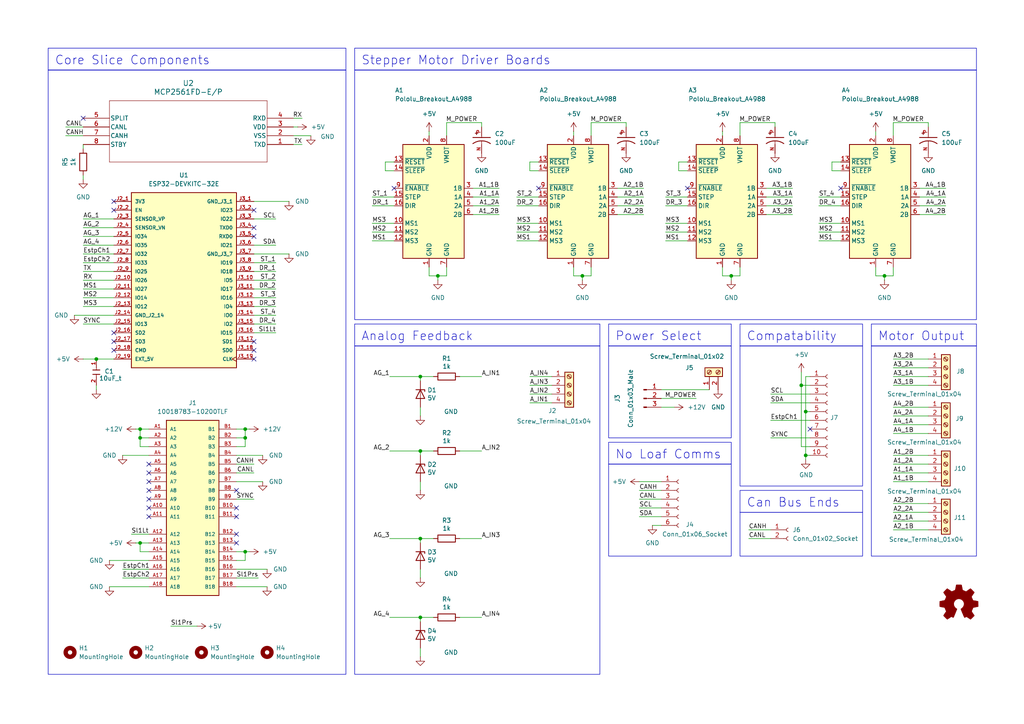
<source format=kicad_sch>
(kicad_sch (version 20250114) (generator "eeschema") (generator_version "9.0")
  (paper "A4")
  (rectangle (start 102.87 20.32) (end 283.21 92.71))
  (rectangle (start 176.53 100.33) (end 212.09 127))
  (rectangle (start 214.63 100.33) (end 250.19 140.97))
  (rectangle (start 176.53 134.62) (end 212.09 161.29))
  (rectangle (start 214.63 148.59) (end 250.19 161.29))
  (rectangle (start 102.87 100.33) (end 173.99 195.58))
  (rectangle (start 252.73 100.33) (end 283.21 161.29))
  (rectangle (start 13.97 20.32) (end 100.33 195.58))
  (text_box "Analog Feedback" (at 102.87 93.98 0) (size 71.12 6.35) (margins 1.905 1.905 1.905 1.905) (effects (font (size 2.54 2.54)) (justify left top)))
  (text_box "Compatability" (at 214.63 93.98 0) (size 35.56 6.35) (margins 1.905 1.905 1.905 1.905) (effects (font (size 2.54 2.54)) (justify left top)))
  (text_box "Stepper Motor Driver Boards" (at 102.87 13.97 0) (size 180.34 6.35) (margins 1.905 1.905 1.905 1.905) (effects (font (size 2.54 2.54)) (justify left top)))
  (text_box "Can Bus Ends" (at 214.63 142.24 0) (size 35.56 6.35) (margins 1.905 1.905 1.905 1.905) (effects (font (size 2.54 2.54)) (justify left top)))
  (text_box "Motor Output" (at 252.73 93.98 0) (size 30.48 6.35) (margins 1.905 1.905 1.905 1.905) (effects (font (size 2.54 2.54)) (justify left top)))
  (text_box "Power Select" (at 176.53 93.98 0) (size 35.56 6.35) (margins 1.905 1.905 1.905 1.905) (effects (font (size 2.54 2.54)) (justify left top)))
  (text_box "Core Slice Components" (at 13.97 13.97 0) (size 86.36 6.35) (margins 1.905 1.905 1.905 1.905) (effects (font (size 2.54 2.54)) (justify left top)))
  (text_box "No Loaf Comms" (at 176.53 128.27 0) (size 35.56 6.35) (margins 1.905 1.905 1.905 1.905) (effects (font (size 2.54 2.54)) (justify left top)))
  (junction (at 233.68 119.38))
  (junction (at 168.91 80.01))
  (junction (at 40.64 124.46))
  (junction (at 71.12 124.46))
  (junction (at 233.68 132.08))
  (junction (at 121.92 179.07))
  (junction (at 127 80.01))
  (junction (at 256.54 80.01))
  (junction (at 121.92 156.21))
  (junction (at 232.41 111.76))
  (junction (at 121.92 109.22))
  (junction (at 40.64 157.48))
  (junction (at 212.09 80.01))
  (junction (at 71.12 127))
  (junction (at 27.94 104.14))
  (junction (at 71.12 160.02))
  (junction (at 40.64 127))
  (junction (at 121.92 130.81))
  (no_connect (at 73.66 104.14))
  (no_connect (at 43.18 134.62))
  (no_connect (at 33.02 99.06))
  (no_connect (at 33.02 60.96))
  (no_connect (at 156.21 54.61))
  (no_connect (at 43.18 137.16))
  (no_connect (at 43.18 144.78))
  (no_connect (at 43.18 139.7))
  (no_connect (at 234.95 124.46))
  (no_connect (at 68.58 149.86))
  (no_connect (at 43.18 142.24))
  (no_connect (at 33.02 96.52))
  (no_connect (at 43.18 149.86))
  (no_connect (at 199.39 54.61))
  (no_connect (at 68.58 154.94))
  (no_connect (at 68.58 157.48))
  (no_connect (at 73.66 60.96))
  (no_connect (at 68.58 147.32))
  (no_connect (at 33.02 101.6))
  (no_connect (at 33.02 58.42))
  (no_connect (at 243.84 54.61))
  (no_connect (at 114.3 54.61))
  (no_connect (at 73.66 101.6))
  (no_connect (at 68.58 142.24))
  (no_connect (at 43.18 147.32))
  (no_connect (at 24.13 34.29))
  (no_connect (at 73.66 66.04))
  (no_connect (at 73.66 99.06))
  (no_connect (at 73.66 68.58))
  (wire (pts (xy 124.46 80.01) (xy 127 80.01)))
  (wire (pts (xy 19.05 39.37) (xy 24.13 39.37)))
  (wire (pts (xy 85.09 41.91) (xy 87.63 41.91)))
  (wire (pts (xy 212.09 80.01) (xy 212.09 81.28)))
  (wire (pts (xy 114.3 49.53) (xy 111.76 49.53)))
  (wire (pts (xy 179.07 57.15) (xy 186.69 57.15)))
  (wire (pts (xy 71.12 127) (xy 71.12 129.54)))
  (wire (pts (xy 24.13 63.5) (xy 33.02 63.5)))
  (wire (pts (xy 153.67 49.53) (xy 153.67 46.99)))
  (wire (pts (xy 259.08 106.68) (xy 269.24 106.68)))
  (wire (pts (xy 259.08 153.67) (xy 269.24 153.67)))
  (wire (pts (xy 259.08 35.56) (xy 269.24 35.56)))
  (wire (pts (xy 189.23 152.4) (xy 191.77 152.4)))
  (wire (pts (xy 234.95 114.3) (xy 223.52 114.3)))
  (wire (pts (xy 259.08 151.13) (xy 269.24 151.13)))
  (wire (pts (xy 168.91 80.01) (xy 168.91 81.28)))
  (wire (pts (xy 85.09 34.29) (xy 87.63 34.29)))
  (wire (pts (xy 24.13 78.74) (xy 33.02 78.74)))
  (wire (pts (xy 72.39 160.02) (xy 71.12 160.02)))
  (wire (pts (xy 73.66 88.9) (xy 80.01 88.9)))
  (wire (pts (xy 193.04 57.15) (xy 199.39 57.15)))
  (wire (pts (xy 212.09 80.01) (xy 214.63 80.01)))
  (wire (pts (xy 121.92 157.48) (xy 121.92 156.21)))
  (wire (pts (xy 185.42 142.24) (xy 191.77 142.24)))
  (wire (pts (xy 254 77.47) (xy 254 80.01)))
  (wire (pts (xy 241.3 46.99) (xy 243.84 46.99)))
  (wire (pts (xy 107.95 57.15) (xy 114.3 57.15)))
  (wire (pts (xy 234.95 121.92) (xy 223.52 121.92)))
  (wire (pts (xy 259.08 132.08) (xy 269.24 132.08)))
  (wire (pts (xy 171.45 35.56) (xy 181.61 35.56)))
  (wire (pts (xy 193.04 59.69) (xy 199.39 59.69)))
  (wire (pts (xy 85.09 36.83) (xy 86.36 36.83)))
  (wire (pts (xy 222.25 59.69) (xy 229.87 59.69)))
  (wire (pts (xy 233.68 132.08) (xy 233.68 119.38)))
  (wire (pts (xy 24.13 41.91) (xy 24.13 43.18)))
  (wire (pts (xy 129.54 35.56) (xy 129.54 39.37)))
  (wire (pts (xy 124.46 38.1) (xy 124.46 39.37)))
  (wire (pts (xy 35.56 132.08) (xy 43.18 132.08)))
  (wire (pts (xy 191.77 115.57) (xy 201.93 115.57)))
  (wire (pts (xy 71.12 124.46) (xy 71.12 127)))
  (wire (pts (xy 40.64 157.48) (xy 40.64 160.02)))
  (wire (pts (xy 171.45 35.56) (xy 171.45 39.37)))
  (wire (pts (xy 193.04 67.31) (xy 199.39 67.31)))
  (wire (pts (xy 38.1 154.94) (xy 43.18 154.94)))
  (wire (pts (xy 237.49 57.15) (xy 243.84 57.15)))
  (wire (pts (xy 223.52 127) (xy 234.95 127)))
  (wire (pts (xy 259.08 120.65) (xy 269.24 120.65)))
  (wire (pts (xy 153.67 109.22) (xy 160.02 109.22)))
  (wire (pts (xy 24.13 83.82) (xy 33.02 83.82)))
  (wire (pts (xy 121.92 156.21) (xy 125.73 156.21)))
  (wire (pts (xy 68.58 144.78) (xy 73.66 144.78)))
  (wire (pts (xy 73.66 86.36) (xy 80.01 86.36)))
  (wire (pts (xy 121.92 167.64) (xy 121.92 165.1)))
  (wire (pts (xy 68.58 124.46) (xy 71.12 124.46)))
  (wire (pts (xy 31.75 162.56) (xy 43.18 162.56)))
  (wire (pts (xy 234.95 132.08) (xy 233.68 132.08)))
  (wire (pts (xy 111.76 46.99) (xy 114.3 46.99)))
  (wire (pts (xy 74.93 167.64) (xy 68.58 167.64)))
  (wire (pts (xy 39.37 124.46) (xy 40.64 124.46)))
  (wire (pts (xy 181.61 35.56) (xy 181.61 36.83)))
  (wire (pts (xy 73.66 73.66) (xy 83.82 73.66)))
  (wire (pts (xy 209.55 38.1) (xy 209.55 39.37)))
  (wire (pts (xy 237.49 69.85) (xy 243.84 69.85)))
  (wire (pts (xy 234.95 129.54) (xy 232.41 129.54)))
  (wire (pts (xy 222.25 54.61) (xy 229.87 54.61)))
  (wire (pts (xy 137.16 54.61) (xy 144.78 54.61)))
  (wire (pts (xy 27.94 111.76) (xy 27.94 113.03)))
  (wire (pts (xy 259.08 118.11) (xy 269.24 118.11)))
  (wire (pts (xy 266.7 57.15) (xy 274.32 57.15)))
  (wire (pts (xy 185.42 147.32) (xy 191.77 147.32)))
  (wire (pts (xy 149.86 69.85) (xy 156.21 69.85)))
  (wire (pts (xy 39.37 157.48) (xy 40.64 157.48)))
  (wire (pts (xy 232.41 107.95) (xy 232.41 111.76)))
  (wire (pts (xy 121.92 130.81) (xy 125.73 130.81)))
  (wire (pts (xy 237.49 64.77) (xy 243.84 64.77)))
  (wire (pts (xy 71.12 127) (xy 68.58 127)))
  (wire (pts (xy 73.66 91.44) (xy 80.01 91.44)))
  (wire (pts (xy 222.25 57.15) (xy 229.87 57.15)))
  (wire (pts (xy 24.13 73.66) (xy 33.02 73.66)))
  (wire (pts (xy 113.03 179.07) (xy 121.92 179.07)))
  (wire (pts (xy 40.64 157.48) (xy 43.18 157.48)))
  (wire (pts (xy 256.54 80.01) (xy 256.54 81.28)))
  (wire (pts (xy 127 80.01) (xy 129.54 80.01)))
  (wire (pts (xy 35.56 165.1) (xy 43.18 165.1)))
  (wire (pts (xy 237.49 59.69) (xy 243.84 59.69)))
  (wire (pts (xy 217.17 156.21) (xy 223.52 156.21)))
  (wire (pts (xy 191.77 118.11) (xy 195.58 118.11)))
  (wire (pts (xy 121.92 180.34) (xy 121.92 179.07)))
  (wire (pts (xy 166.37 38.1) (xy 166.37 39.37)))
  (wire (pts (xy 171.45 80.01) (xy 171.45 77.47)))
  (wire (pts (xy 259.08 137.16) (xy 269.24 137.16)))
  (wire (pts (xy 40.64 160.02) (xy 43.18 160.02)))
  (wire (pts (xy 166.37 80.01) (xy 168.91 80.01)))
  (wire (pts (xy 149.86 59.69) (xy 156.21 59.69)))
  (wire (pts (xy 121.92 179.07) (xy 125.73 179.07)))
  (wire (pts (xy 121.92 132.08) (xy 121.92 130.81)))
  (wire (pts (xy 24.13 88.9) (xy 33.02 88.9)))
  (wire (pts (xy 121.92 120.65) (xy 121.92 118.11)))
  (wire (pts (xy 24.13 71.12) (xy 33.02 71.12)))
  (wire (pts (xy 71.12 160.02) (xy 71.12 162.56)))
  (wire (pts (xy 40.64 127) (xy 43.18 127)))
  (wire (pts (xy 259.08 134.62) (xy 269.24 134.62)))
  (wire (pts (xy 254 80.01) (xy 256.54 80.01)))
  (wire (pts (xy 153.67 46.99) (xy 156.21 46.99)))
  (wire (pts (xy 256.54 80.01) (xy 259.08 80.01)))
  (wire (pts (xy 139.7 130.81) (xy 133.35 130.81)))
  (wire (pts (xy 149.86 67.31) (xy 156.21 67.31)))
  (wire (pts (xy 107.95 59.69) (xy 114.3 59.69)))
  (wire (pts (xy 259.08 35.56) (xy 259.08 39.37)))
  (wire (pts (xy 233.68 133.35) (xy 233.68 132.08)))
  (wire (pts (xy 233.68 119.38) (xy 233.68 109.22)))
  (wire (pts (xy 209.55 80.01) (xy 212.09 80.01)))
  (wire (pts (xy 121.92 142.24) (xy 121.92 139.7)))
  (wire (pts (xy 259.08 104.14) (xy 269.24 104.14)))
  (wire (pts (xy 72.39 124.46) (xy 71.12 124.46)))
  (wire (pts (xy 139.7 179.07) (xy 133.35 179.07)))
  (wire (pts (xy 217.17 153.67) (xy 223.52 153.67)))
  (wire (pts (xy 68.58 170.18) (xy 77.47 170.18)))
  (wire (pts (xy 73.66 71.12) (xy 80.01 71.12)))
  (wire (pts (xy 124.46 77.47) (xy 124.46 80.01)))
  (wire (pts (xy 68.58 165.1) (xy 77.47 165.1)))
  (wire (pts (xy 196.85 46.99) (xy 199.39 46.99)))
  (wire (pts (xy 113.03 130.81) (xy 121.92 130.81)))
  (wire (pts (xy 137.16 57.15) (xy 144.78 57.15)))
  (wire (pts (xy 40.64 127) (xy 40.64 129.54)))
  (wire (pts (xy 73.66 134.62) (xy 68.58 134.62)))
  (wire (pts (xy 121.92 109.22) (xy 125.73 109.22)))
  (wire (pts (xy 241.3 49.53) (xy 241.3 46.99)))
  (wire (pts (xy 259.08 109.22) (xy 269.24 109.22)))
  (wire (pts (xy 237.49 67.31) (xy 243.84 67.31)))
  (wire (pts (xy 73.66 78.74) (xy 80.01 78.74)))
  (wire (pts (xy 33.02 91.44) (xy 21.59 91.44)))
  (wire (pts (xy 111.76 49.53) (xy 111.76 46.99)))
  (wire (pts (xy 222.25 62.23) (xy 229.87 62.23)))
  (wire (pts (xy 214.63 80.01) (xy 214.63 77.47)))
  (wire (pts (xy 233.68 109.22) (xy 234.95 109.22)))
  (wire (pts (xy 191.77 113.03) (xy 205.74 113.03)))
  (wire (pts (xy 24.13 66.04) (xy 33.02 66.04)))
  (wire (pts (xy 31.75 170.18) (xy 43.18 170.18)))
  (wire (pts (xy 168.91 80.01) (xy 171.45 80.01)))
  (wire (pts (xy 259.08 146.05) (xy 269.24 146.05)))
  (wire (pts (xy 214.63 35.56) (xy 214.63 39.37)))
  (wire (pts (xy 243.84 49.53) (xy 241.3 49.53)))
  (wire (pts (xy 185.42 139.7) (xy 191.77 139.7)))
  (wire (pts (xy 209.55 77.47) (xy 209.55 80.01)))
  (wire (pts (xy 24.13 86.36) (xy 33.02 86.36)))
  (wire (pts (xy 121.92 110.49) (xy 121.92 109.22)))
  (wire (pts (xy 73.66 81.28) (xy 80.01 81.28)))
  (wire (pts (xy 153.67 116.84) (xy 160.02 116.84)))
  (wire (pts (xy 137.16 62.23) (xy 144.78 62.23)))
  (wire (pts (xy 40.64 124.46) (xy 40.64 127)))
  (wire (pts (xy 166.37 77.47) (xy 166.37 80.01)))
  (wire (pts (xy 24.13 93.98) (xy 33.02 93.98)))
  (wire (pts (xy 153.67 111.76) (xy 160.02 111.76)))
  (wire (pts (xy 73.66 83.82) (xy 80.01 83.82)))
  (wire (pts (xy 113.03 156.21) (xy 121.92 156.21)))
  (wire (pts (xy 139.7 156.21) (xy 133.35 156.21)))
  (wire (pts (xy 149.86 57.15) (xy 156.21 57.15)))
  (wire (pts (xy 156.21 49.53) (xy 153.67 49.53)))
  (wire (pts (xy 137.16 59.69) (xy 144.78 59.69)))
  (wire (pts (xy 35.56 167.64) (xy 43.18 167.64)))
  (wire (pts (xy 139.7 35.56) (xy 139.7 36.83)))
  (wire (pts (xy 68.58 139.7) (xy 76.2 139.7)))
  (wire (pts (xy 40.64 129.54) (xy 43.18 129.54)))
  (wire (pts (xy 24.13 76.2) (xy 33.02 76.2)))
  (wire (pts (xy 232.41 129.54) (xy 232.41 111.76)))
  (wire (pts (xy 254 38.1) (xy 254 39.37)))
  (wire (pts (xy 24.13 68.58) (xy 33.02 68.58)))
  (wire (pts (xy 185.42 144.78) (xy 191.77 144.78)))
  (wire (pts (xy 193.04 64.77) (xy 199.39 64.77)))
  (wire (pts (xy 199.39 49.53) (xy 196.85 49.53)))
  (wire (pts (xy 127 80.01) (xy 127 81.28)))
  (wire (pts (xy 85.09 39.37) (xy 90.17 39.37)))
  (wire (pts (xy 73.66 76.2) (xy 80.01 76.2)))
  (wire (pts (xy 71.12 160.02) (xy 68.58 160.02)))
  (wire (pts (xy 224.79 35.56) (xy 224.79 36.83)))
  (wire (pts (xy 179.07 62.23) (xy 186.69 62.23)))
  (wire (pts (xy 24.13 50.8) (xy 24.13 52.07)))
  (wire (pts (xy 107.95 67.31) (xy 114.3 67.31)))
  (wire (pts (xy 107.95 64.77) (xy 114.3 64.77)))
  (wire (pts (xy 68.58 132.08) (xy 76.2 132.08)))
  (wire (pts (xy 259.08 125.73) (xy 269.24 125.73)))
  (wire (pts (xy 149.86 64.77) (xy 156.21 64.77)))
  (wire (pts (xy 232.41 111.76) (xy 234.95 111.76)))
  (wire (pts (xy 107.95 69.85) (xy 114.3 69.85)))
  (wire (pts (xy 24.13 104.14) (xy 27.94 104.14)))
  (wire (pts (xy 73.66 93.98) (xy 80.01 93.98)))
  (wire (pts (xy 223.52 116.84) (xy 234.95 116.84)))
  (wire (pts (xy 214.63 35.56) (xy 224.79 35.56)))
  (wire (pts (xy 113.03 109.22) (xy 121.92 109.22)))
  (wire (pts (xy 179.07 59.69) (xy 186.69 59.69)))
  (wire (pts (xy 19.05 36.83) (xy 24.13 36.83)))
  (wire (pts (xy 27.94 104.14) (xy 33.02 104.14)))
  (wire (pts (xy 259.08 111.76) (xy 269.24 111.76)))
  (wire (pts (xy 139.7 109.22) (xy 133.35 109.22)))
  (wire (pts (xy 266.7 54.61) (xy 274.32 54.61)))
  (wire (pts (xy 129.54 35.56) (xy 139.7 35.56)))
  (wire (pts (xy 49.53 181.61) (xy 57.15 181.61)))
  (wire (pts (xy 269.24 35.56) (xy 269.24 36.83)))
  (wire (pts (xy 193.04 69.85) (xy 199.39 69.85)))
  (wire (pts (xy 153.67 114.3) (xy 160.02 114.3)))
  (wire (pts (xy 259.08 148.59) (xy 269.24 148.59)))
  (wire (pts (xy 259.08 139.7) (xy 269.24 139.7)))
  (wire (pts (xy 71.12 162.56) (xy 68.58 162.56)))
  (wire (pts (xy 185.42 149.86) (xy 191.77 149.86)))
  (wire (pts (xy 266.7 59.69) (xy 274.32 59.69)))
  (wire (pts (xy 73.66 58.42) (xy 83.82 58.42)))
  (wire (pts (xy 73.66 63.5) (xy 80.01 63.5)))
  (wire (pts (xy 179.07 54.61) (xy 186.69 54.61)))
  (wire (pts (xy 234.95 119.38) (xy 233.68 119.38)))
  (wire (pts (xy 71.12 129.54) (xy 68.58 129.54)))
  (wire (pts (xy 129.54 80.01) (xy 129.54 77.47)))
  (wire (pts (xy 121.92 190.5) (xy 121.92 187.96)))
  (wire (pts (xy 259.08 123.19) (xy 269.24 123.19)))
  (wire (pts (xy 73.66 137.16) (xy 68.58 137.16)))
  (wire (pts (xy 266.7 62.23) (xy 274.32 62.23)))
  (wire (pts (xy 43.18 124.46) (xy 40.64 124.46)))
  (wire (pts (xy 73.66 96.52) (xy 80.01 96.52)))
  (wire (pts (xy 259.08 80.01) (xy 259.08 77.47)))
  (wire (pts (xy 196.85 49.53) (xy 196.85 46.99)))
  (wire (pts (xy 24.13 81.28) (xy 33.02 81.28)))
  (label "SDA" (at 185.42 149.86 0))
  (label "A1_2A" (at 259.08 134.62 0))
  (label "MS3" (at 24.13 88.9 0))
  (label "A3_2B" (at 229.87 62.23 180))
  (label "A4_1B" (at 274.32 54.61 180))
  (label "A4_2A" (at 274.32 59.69 180))
  (label "A2_1A" (at 259.08 151.13 0))
  (label "DR_3" (at 80.01 88.9 180))
  (label "A_IN3" (at 139.7 156.21 0))
  (label "CANL" (at 73.66 137.16 180))
  (label "A_IN2" (at 153.67 114.3 0))
  (label "AG_4" (at 113.03 179.07 180))
  (label "A1_2A" (at 144.78 59.69 180))
  (label "SYNC" (at 24.13 93.98 0))
  (label "DR_1" (at 80.01 78.74 180))
  (label "MS3" (at 237.49 64.77 0))
  (label "ST_4" (at 80.01 91.44 180))
  (label "EstpCh2" (at 35.56 167.64 0))
  (label "A4_1A" (at 259.08 123.19 0))
  (label "M_POWER" (at 138.43 35.56 180))
  (label "DR_2" (at 149.86 59.69 0))
  (label "MS2" (at 107.95 67.31 0))
  (label "AG_3" (at 24.13 68.58 0))
  (label "A3_1B" (at 229.87 54.61 180))
  (label "A3_1A" (at 259.08 109.22 0))
  (label "CANL" (at 217.17 156.21 0))
  (label "SCL" (at 185.42 147.32 0))
  (label "A_IN4" (at 153.67 109.22 0))
  (label "A2_1B" (at 259.08 153.67 0))
  (label "ST_1" (at 80.01 76.2 180))
  (label "A3_2A" (at 259.08 106.68 0))
  (label "A4_1A" (at 274.32 57.15 180))
  (label "A1_1B" (at 259.08 139.7 0))
  (label "SDA" (at 80.01 71.12 180))
  (label "A3_1A" (at 229.87 57.15 180))
  (label "Sl1Prs" (at 49.53 181.61 0))
  (label "MS2" (at 24.13 86.36 0))
  (label "RX" (at 24.13 81.28 0))
  (label "ST_3" (at 80.01 86.36 180))
  (label "CANL" (at 185.42 144.78 0))
  (label "A2_2B" (at 259.08 146.05 0))
  (label "CANH" (at 185.42 142.24 0))
  (label "AG_1" (at 113.03 109.22 180))
  (label "M_POWER" (at 180.34 35.56 180))
  (label "DR_2" (at 80.01 83.82 180))
  (label "EstpCh1" (at 35.56 165.1 0))
  (label "AG_4" (at 24.13 71.12 0))
  (label "SDA" (at 223.52 116.84 0))
  (label "EstpCh2" (at 24.13 76.2 0))
  (label "A4_1B" (at 259.08 125.73 0))
  (label "MS2" (at 193.04 67.31 0))
  (label "MS2" (at 237.49 67.31 0))
  (label "EstpCh1" (at 24.13 73.66 0))
  (label "ST_3" (at 193.04 57.15 0))
  (label "A1_2B" (at 259.08 132.08 0))
  (label "M_POWER" (at 267.97 35.56 180))
  (label "A2_2A" (at 186.69 59.69 180))
  (label "ST_2" (at 80.01 81.28 180))
  (label "RX" (at 87.63 34.29 180))
  (label "A2_1A" (at 186.69 57.15 180))
  (label "SCL" (at 80.01 63.5 180))
  (label "MS2" (at 149.86 67.31 0))
  (label "SCL" (at 223.52 114.3 0))
  (label "DR_4" (at 237.49 59.69 0))
  (label "MS1" (at 193.04 69.85 0))
  (label "MS1" (at 107.95 69.85 0))
  (label "A4_2B" (at 259.08 118.11 0))
  (label "TX" (at 87.63 41.91 180))
  (label "A1_2B" (at 144.78 62.23 180))
  (label "A3_1B" (at 259.08 111.76 0))
  (label "MS1" (at 237.49 69.85 0))
  (label "A1_1A" (at 144.78 57.15 180))
  (label "DR_4" (at 80.01 93.98 180))
  (label "Sl1Lt" (at 80.01 96.52 180))
  (label "A2_1B" (at 186.69 54.61 180))
  (label "AG_1" (at 24.13 63.5 0))
  (label "DR_1" (at 107.95 59.69 0))
  (label "A_IN2" (at 139.7 130.81 0))
  (label "EstpCh1" (at 223.52 121.92 0))
  (label "A_IN4" (at 139.7 179.07 0))
  (label "ST_1" (at 107.95 57.15 0))
  (label "SYNC" (at 223.52 127 0))
  (label "AG_3" (at 113.03 156.21 180))
  (label "A1_1A" (at 259.08 137.16 0))
  (label "ST_2" (at 149.86 57.15 0))
  (label "MS1" (at 149.86 69.85 0))
  (label "M_POWER" (at 223.52 35.56 180))
  (label "TX" (at 24.13 78.74 0))
  (label "ST_4" (at 237.49 57.15 0))
  (label "SYNC" (at 73.66 144.78 180))
  (label "A2_2B" (at 186.69 62.23 180))
  (label "AG_2" (at 24.13 66.04 0))
  (label "MS3" (at 149.86 64.77 0))
  (label "Sl1Lt" (at 38.1 154.94 0))
  (label "CANH" (at 217.17 153.67 0))
  (label "A4_2A" (at 259.08 120.65 0))
  (label "A_IN1" (at 139.7 109.22 0))
  (label "AG_2" (at 113.03 130.81 180))
  (label "A1_1B" (at 144.78 54.61 180))
  (label "MS3" (at 107.95 64.77 0))
  (label "A4_2B" (at 274.32 62.23 180))
  (label "CANH" (at 19.05 39.37 0))
  (label "M_POWER" (at 201.93 115.57 180))
  (label "MS1" (at 24.13 83.82 0))
  (label "A3_2A" (at 229.87 59.69 180))
  (label "MS3" (at 193.04 64.77 0))
  (label "A_IN3" (at 153.67 111.76 0))
  (label "A3_2B" (at 259.08 104.14 0))
  (label "DR_3" (at 193.04 59.69 0))
  (label "Sl1Prs" (at 74.93 167.64 180))
  (label "CANH" (at 73.66 134.62 180))
  (label "A_IN1" (at 153.67 116.84 0))
  (label "CANL" (at 19.05 36.83 0))
  (label "A2_2A" (at 259.08 148.59 0))
  (symbol (lib_id "Device:R") (at 129.54 156.21 270) (unit 1)
    (property "Reference" "R3" (at 129.54 150.9522 90))
    (property "Value" "1k" (at 129.54 153.2636 90))
    (property "Footprint" "Resistor_SMD:R_1206_3216Metric_Pad1.30x1.75mm_HandSolder" (effects (hide yes)))
  )
  (symbol (lib_id "power:GND") (at 31.75 162.56 0) (unit 1)
    (property "Reference" "#PWR04" (effects (hide yes)))
    (property "Value" "GND" (at 27.94 162.56 0))
  )
  (symbol (lib_id "power:GND") (at 90.17 39.37 0) (unit 1)
    (property "Reference" "#PWR019" (effects (hide yes)))
    (property "Value" "GND" (at 94.996 39.624 0))
  )
  (symbol (lib_id "Connector:Screw_Terminal_01x04") (at 165.1 111.76 0) (unit 1)
    (property "Reference" "J2" (at 159.004 119.126 0) (effects (justify left)))
    (property "Value" "Screw_Terminal_01x04" (at 149.86 122.174 0) (effects (justify left)))
    (property "Footprint" "TerminalBlock_TE-Connectivity:TerminalBlock_TE_282834-4_1x04_P2.54mm_Horizontal" (effects (hide yes)))
  )
  (symbol (lib_id "power:GND") (at 21.59 91.44 0) (mirror y) (unit 1)
    (property "Reference" "#PWR01" (effects (hide yes)))
    (property "Value" "GND" (at 17.78 91.44 0))
  )
  (symbol (lib_id "power:+12V") (at 39.37 124.46 90) (unit 1)
    (property "Reference" "#PWR07" (effects (hide yes)))
    (property "Value" "+12V" (at 35.56 124.4599 90) (effects (justify left)))
    (property "Description" "Power symbol creates a global label with name \"+12V\"" (effects (hide yes)))
  )
  (symbol (lib_id "power:+5V") (at 24.13 104.14 90) (unit 1)
    (property "Reference" "#PWR02" (effects (hide yes)))
    (property "Value" "+5V" (at 20.32 104.1399 90) (effects (justify left)))
    (property "Description" "Power symbol creates a global label with name \"+5V\"" (effects (hide yes)))
  )
  (symbol (lib_id "power:GND") (at 121.92 167.64 0) (unit 1)
    (property "Reference" "#PWR022" (effects (hide yes)))
    (property "Value" "GND" (at 130.81 166.37 0))
  )
  (symbol (lib_id "Connector:Conn_01x02_Socket") (at 228.6 153.67 0) (unit 1)
    (property "Reference" "J6" (at 229.87 153.6699 0) (effects (justify left)))
    (property "Value" "Conn_01x02_Socket" (at 229.87 156.2099 0) (effects (justify left)))
    (property "Footprint" "Connector_PinSocket_2.54mm:PinSocket_1x02_P2.54mm_Vertical" (effects (hide yes)))
    (property "Description" "Generic connector, single row, 01x02, script generated" (effects (hide yes)))
  )
  (symbol (lib_id "power:+5V") (at 72.39 160.02 270) (mirror x) (unit 1)
    (property "Reference" "#PWR011" (effects (hide yes)))
    (property "Value" "+5V" (at 76.2 160.0199 90) (effects (justify left)))
    (property "Description" "Power symbol creates a global label with name \"+5V\"" (effects (hide yes)))
  )
  (symbol (lib_id "power:+5V") (at 57.15 181.61 270) (mirror x) (unit 1)
    (property "Reference" "#PWR09" (effects (hide yes)))
    (property "Value" "+5V" (at 60.198 181.61 90) (effects (justify left)))
    (property "Description" "Power symbol creates a global label with name \"+5V\"" (effects (hide yes)))
  )
  (symbol (lib_id "Device:R") (at 129.54 179.07 270) (unit 1)
    (property "Reference" "R4" (at 129.54 173.8122 90))
    (property "Value" "1k" (at 129.54 176.1236 90))
    (property "Footprint" "Resistor_SMD:R_1206_3216Metric_Pad1.30x1.75mm_HandSolder" (effects (hide yes)))
  )
  (symbol (lib_id "breadPCIEx1:10018783-10200TLF") (at 55.88 147.32 0) (unit 1)
    (property "Reference" "J1" (at 55.88 116.84 0))
    (property "Value" "10018783-10200TLF" (at 55.88 119.38 0))
    (property "Footprint" "Connector_PCBEdge:BUS_PCIexpress_x1" (effects (hide yes)))
    (property "PARTREV" "Z" (effects (hide yes)))
    (property "STANDARD" "Manufacturer Recommendations" (effects (hide yes)))
    (property "MAXIMUM_PACKAGE_HEIGHT" "11.25mm" (effects (hide yes)))
    (property "MANUFACTURER" "Amphenol" (effects (hide yes)))
  )
  (symbol (lib_id "Device:R") (at 24.13 46.99 0) (unit 1)
    (property "Reference" "R5" (at 18.8722 46.99 90))
    (property "Value" "1k" (at 21.1836 46.99 90))
    (property "Footprint" "Resistor_SMD:R_1206_3216Metric_Pad1.30x1.75mm_HandSolder" (effects (hide yes)))
  )
  (symbol (lib_id "Mechanical:MountingHole") (at 77.47 189.23 0) (unit 1) (exclude_from_sim yes) (in_bom no)
    (property "Reference" "H4" (at 80.01 187.9599 0) (effects (justify left)))
    (property "Value" "MountingHole" (at 80.01 190.4999 0) (effects (justify left)))
    (property "Footprint" "MountingHole:MountingHole_3.2mm_M3_DIN965_Pad" (effects (hide yes)))
    (property "Description" "Mounting Hole without connection" (effects (hide yes)))
  )
  (symbol (lib_id "power:+12V") (at 195.58 118.11 270) (unit 1)
    (property "Reference" "#PWR032" (effects (hide yes)))
    (property "Value" "+12V" (at 199.39 118.1099 90) (effects (justify left)))
    (property "Description" "Power symbol creates a global label with name \"+12V\"" (effects (hide yes)))
  )
  (symbol (lib_id "power:GND") (at 121.92 120.65 0) (unit 1)
    (property "Reference" "#PWR020" (effects (hide yes)))
    (property "Value" "GND" (at 130.81 119.38 0))
  )
  (symbol (lib_id "power:+5V") (at 166.37 38.1 0) (unit 1)
    (property "Reference" "#PWR027" (effects (hide yes)))
    (property "Value" "+5V" (at 166.37 33.02 0))
    (property "Description" "Power symbol creates a global label with name \"+5V\"" (effects (hide yes)))
  )
  (symbol (lib_id "power:GND") (at 233.68 133.35 0) (unit 1)
    (property "Reference" "#PWR038" (effects (hide yes)))
    (property "Value" "GND" (at 233.807 137.7442 0))
  )
  (symbol (lib_id "power:GND") (at 256.54 81.28 0) (unit 1)
    (property "Reference" "#PWR040" (effects (hide yes)))
    (property "Value" "GND" (at 256.54 86.36 0))
    (property "Description" "Power symbol creates a global label with name \"GND\" , ground" (effects (hide yes)))
  )
  (symbol (lib_id "power:+5V") (at 39.37 157.48 90) (unit 1)
    (property "Reference" "#PWR08" (effects (hide yes)))
    (property "Value" "+5V" (at 35.56 157.4799 90) (effects (justify left)))
    (property "Description" "Power symbol creates a global label with name \"+5V\"" (effects (hide yes)))
  )
  (symbol (lib_id "Connector:Conn_01x03_Male") (at 186.69 115.57 0) (unit 1)
    (property "Reference" "J3" (at 179.07 115.57 90))
    (property "Value" "Conn_01x03_Male" (at 182.88 115.57 90))
    (property "Footprint" "Connector_PinSocket_2.54mm:PinSocket_1x03_P2.54mm_Vertical" (effects (hide yes)))
  )
  (symbol (lib_id "Connector:Screw_Terminal_01x04") (at 274.32 148.59 0) (unit 1)
    (property "Reference" "J11" (at 276.606 150.114 0) (effects (justify left)))
    (property "Value" "Screw_Terminal_01x04" (at 257.81 156.464 0) (effects (justify left)))
    (property "Footprint" "TerminalBlock_TE-Connectivity:TerminalBlock_TE_282834-4_1x04_P2.54mm_Horizontal" (effects (hide yes)))
  )
  (symbol (lib_id "EEUFC1H101:EEUFC1H101") (at 181.61 39.37 270) (unit 1)
    (property "Reference" "C3" (at 185.42 38.7965 90) (effects (justify left)))
    (property "Value" "100uF" (at 185.42 41.3365 90) (effects (justify left)))
    (property "Footprint" "EEU_FC1H101:CAPPRD500W60D1000H1250" (effects (hide yes)))
    (property "Description" "Polarized capacitor, US symbol" (effects (hide yes)))
    (property "MF" "PANASONIC" (effects (hide yes)))
    (property "b_max" "0.65" (effects (hide yes)))
    (property "DESCRIPTION" "FC-A" (effects (hide yes)))
    (property "b_nom" "0.6" (effects (hide yes)))
    (property "PARTREV" "20-DEC-19" (effects (hide yes)))
    (property "A_max" "12.5" (effects (hide yes)))
    (property "D_nom" "10" (effects (hide yes)))
    (property "e_nom" "5" (effects (hide yes)))
  )
  (symbol (lib_id "EEUFC1H101:EEUFC1H101") (at 269.24 39.37 270) (unit 1)
    (property "Reference" "C5" (at 273.05 38.7965 90) (effects (justify left)))
    (property "Value" "100uF" (at 273.05 41.3365 90) (effects (justify left)))
    (property "Footprint" "EEU_FC1H101:CAPPRD500W60D1000H1250" (effects (hide yes)))
    (property "Description" "Polarized capacitor, US symbol" (effects (hide yes)))
    (property "MF" "PANASONIC" (effects (hide yes)))
    (property "b_max" "0.65" (effects (hide yes)))
    (property "DESCRIPTION" "FC-A" (effects (hide yes)))
    (property "b_nom" "0.6" (effects (hide yes)))
    (property "PARTREV" "20-DEC-19" (effects (hide yes)))
    (property "A_max" "12.5" (effects (hide yes)))
    (property "D_nom" "10" (effects (hide yes)))
    (property "e_nom" "5" (effects (hide yes)))
  )
  (symbol (lib_id "power:GND") (at 27.94 113.03 0) (unit 1)
    (property "Reference" "#PWR03" (effects (hide yes)))
    (property "Value" "GND" (effects (hide yes)))
  )
  (symbol (lib_id "power:+5V") (at 232.41 107.95 0) (unit 1)
    (property "Reference" "#PWR037" (effects (hide yes)))
    (property "Value" "+5V" (at 232.41 102.87 0))
    (property "Description" "Power symbol creates a global label with name \"+5V\"" (effects (hide yes)))
  )
  (symbol (lib_id "power:GND") (at 127 81.28 0) (unit 1)
    (property "Reference" "#PWR025" (effects (hide yes)))
    (property "Value" "GND" (at 127 86.36 0))
    (property "Description" "Power symbol creates a global label with name \"GND\" , ground" (effects (hide yes)))
  )
  (symbol (lib_id "power:GND") (at 168.91 81.28 0) (unit 1)
    (property "Reference" "#PWR028" (effects (hide yes)))
    (property "Value" "GND" (at 168.91 86.36 0))
    (property "Description" "Power symbol creates a global label with name \"GND\" , ground" (effects (hide yes)))
  )
  (symbol (lib_id "power:GND") (at 77.47 165.1 0) (mirror y) (unit 1)
    (property "Reference" "#PWR014" (effects (hide yes)))
    (property "Value" "GND" (at 81.28 165.1 0))
  )
  (symbol (lib_id "power:GND") (at 76.2 139.7 0) (mirror y) (unit 1)
    (property "Reference" "#PWR013" (effects (hide yes)))
    (property "Value" "GND" (at 80.01 139.7 0))
  )
  (symbol (lib_id "power:GND") (at 181.61 44.45 0) (unit 1)
    (property "Reference" "#PWR029" (effects (hide yes)))
    (property "Value" "GND" (at 181.61 49.53 0))
    (property "Description" "Power symbol creates a global label with name \"GND\" , ground" (effects (hide yes)))
  )
  (symbol (lib_id "Device:D_Zener") (at 121.92 135.89 270) (unit 1)
    (property "Reference" "D2" (at 123.952 134.7216 90) (effects (justify left)))
    (property "Value" "5V" (at 123.952 137.033 90) (effects (justify left)))
    (property "Footprint" "Diode_SMD:D_1206_3216Metric_Pad1.42x1.75mm_HandSolder" (effects (hide yes)))
  )
  (symbol (lib_id "power:GND") (at 31.75 170.18 0) (unit 1)
    (property "Reference" "#PWR05" (effects (hide yes)))
    (property "Value" "GND" (at 27.94 170.18 0))
  )
  (symbol (lib_id "power:GND") (at 269.24 44.45 0) (unit 1)
    (property "Reference" "#PWR041" (effects (hide yes)))
    (property "Value" "GND" (at 269.24 49.53 0))
    (property "Description" "Power symbol creates a global label with name \"GND\" , ground" (effects (hide yes)))
  )
  (symbol (lib_id "Driver_Motor:Pololu_Breakout_A4988") (at 209.55 57.15 0) (unit 1)
    (property "Reference" "A3" (at 199.644 26.162 0) (effects (justify left)))
    (property "Value" "Pololu_Breakout_A4988" (at 199.644 28.702 0) (effects (justify left)))
    (property "Footprint" "Module:Pololu_Breakout-16_15.2x20.3mm" (effects (hide yes)))
    (property "Datasheet" "https://www.pololu.com/product/2980/pictures" (effects (hide yes)))
    (property "Description" "Pololu Breakout Board, Stepper Driver A4988" (effects (hide yes)))
  )
  (symbol (lib_id "EEUFC1H101:EEUFC1H101") (at 224.79 39.37 270) (unit 1)
    (property "Reference" "C4" (at 228.6 38.7965 90) (effects (justify left)))
    (property "Value" "100uF" (at 228.6 41.3365 90) (effects (justify left)))
    (property "Footprint" "EEU_FC1H101:CAPPRD500W60D1000H1250" (effects (hide yes)))
    (property "Description" "Polarized capacitor, US symbol" (effects (hide yes)))
    (property "MF" "PANASONIC" (effects (hide yes)))
    (property "b_max" "0.65" (effects (hide yes)))
    (property "DESCRIPTION" "FC-A" (effects (hide yes)))
    (property "b_nom" "0.6" (effects (hide yes)))
    (property "PARTREV" "20-DEC-19" (effects (hide yes)))
    (property "A_max" "12.5" (effects (hide yes)))
    (property "D_nom" "10" (effects (hide yes)))
    (property "e_nom" "5" (effects (hide yes)))
  )
  (symbol (lib_id "Mechanical:MountingHole") (at 20.32 189.23 0) (unit 1) (exclude_from_sim yes) (in_bom no)
    (property "Reference" "H1" (at 22.86 187.9599 0) (effects (justify left)))
    (property "Value" "MountingHole" (at 22.86 190.4999 0) (effects (justify left)))
    (property "Footprint" "MountingHole:MountingHole_3.2mm_M3_DIN965_Pad" (effects (hide yes)))
    (property "Description" "Mounting Hole without connection" (effects (hide yes)))
  )
  (symbol (lib_id "EEUFC1H101:EEUFC1H101") (at 139.7 39.37 270) (unit 1)
    (property "Reference" "C2" (at 143.51 38.7965 90) (effects (justify left)))
    (property "Value" "100uF" (at 143.51 41.3365 90) (effects (justify left)))
    (property "Footprint" "EEU_FC1H101:CAPPRD500W60D1000H1250" (effects (hide yes)))
    (property "Description" "Polarized capacitor, US symbol" (effects (hide yes)))
    (property "MF" "PANASONIC" (effects (hide yes)))
    (property "b_max" "0.65" (effects (hide yes)))
    (property "DESCRIPTION" "FC-A" (effects (hide yes)))
    (property "b_nom" "0.6" (effects (hide yes)))
    (property "PARTREV" "20-DEC-19" (effects (hide yes)))
    (property "A_max" "12.5" (effects (hide yes)))
    (property "D_nom" "10" (effects (hide yes)))
    (property "e_nom" "5" (effects (hide yes)))
  )
  (symbol (lib_id "power:+5V") (at 86.36 36.83 270) (unit 1)
    (property "Reference" "#PWR018" (effects (hide yes)))
    (property "Value" "+5V" (at 90.17 36.8299 90) (effects (justify left)))
    (property "Description" "Power symbol creates a global label with name \"+5V\"" (effects (hide yes)))
  )
  (symbol (lib_id "Device:R") (at 129.54 109.22 270) (unit 1)
    (property "Reference" "R1" (at 129.54 103.9622 90))
    (property "Value" "1k" (at 129.54 106.2736 90))
    (property "Footprint" "Resistor_SMD:R_1206_3216Metric_Pad1.30x1.75mm_HandSolder" (effects (hide yes)))
  )
  (symbol (lib_id "Graphic:Logo_Open_Hardware_Small") (at 278.13 175.26 0) (unit 1)
    (property "Reference" "Logo1" (effects (hide yes)))
    (property "Value" "Logo_Open_Hardware_Small" (effects (hide yes)))
    (property "Footprint" "Symbol:OSHW-Symbol_6.7x6mm_SilkScreen" (effects (hide yes)))
  )
  (symbol (lib_id "Device:D_Zener") (at 121.92 184.15 270) (unit 1)
    (property "Reference" "D4" (at 123.952 182.9816 90) (effects (justify left)))
    (property "Value" "5V" (at 123.952 185.293 90) (effects (justify left)))
    (property "Footprint" "Diode_SMD:D_1206_3216Metric_Pad1.42x1.75mm_HandSolder" (effects (hide yes)))
  )
  (symbol (lib_id "power:GND") (at 76.2 132.08 0) (mirror y) (unit 1)
    (property "Reference" "#PWR012" (effects (hide yes)))
    (property "Value" "GND" (at 80.01 132.08 0))
  )
  (symbol (lib_id "Mechanical:MountingHole") (at 58.42 189.23 0) (unit 1) (exclude_from_sim yes) (in_bom no)
    (property "Reference" "H3" (at 60.96 187.9599 0) (effects (justify left)))
    (property "Value" "MountingHole" (at 60.96 190.4999 0) (effects (justify left)))
    (property "Footprint" "MountingHole:MountingHole_3.2mm_M3_DIN965_Pad" (effects (hide yes)))
    (property "Description" "Mounting Hole without connection" (effects (hide yes)))
  )
  (symbol (lib_id "power:GND") (at 83.82 58.42 0) (unit 1)
    (property "Reference" "#PWR016" (effects (hide yes)))
    (property "Value" "GND" (at 87.63 58.42 0))
  )
  (symbol (lib_id "Device:R") (at 129.54 130.81 270) (unit 1)
    (property "Reference" "R2" (at 129.54 125.5522 90))
    (property "Value" "1k" (at 129.54 127.8636 90))
    (property "Footprint" "Resistor_SMD:R_1206_3216Metric_Pad1.30x1.75mm_HandSolder" (effects (hide yes)))
  )
  (symbol (lib_id "ESP32-DEVKITC-32E:ESP32-DEVKITC-32E") (at 53.34 81.28 0) (unit 1)
    (property "Reference" "U1" (at 53.34 50.8 0))
    (property "Value" "ESP32-DEVKITC-32E" (at 53.34 53.34 0))
    (property "Footprint" "ESP32_DEVKITC_32E:MODULE_ESP32-DEVKITC-32E" (effects (hide yes)))
    (property "PARTREV" "1.4" (effects (hide yes)))
    (property "STANDARD" "Manufacturer Recommendations" (effects (hide yes)))
    (property "MANUFACTURER" "Espressif Systems" (effects (hide yes)))
  )
  (symbol (lib_id "power:GND") (at 212.09 81.28 0) (unit 1)
    (property "Reference" "#PWR035" (effects (hide yes)))
    (property "Value" "GND" (at 212.09 86.36 0))
    (property "Description" "Power symbol creates a global label with name \"GND\" , ground" (effects (hide yes)))
  )
  (symbol (lib_id "power:GND") (at 224.79 44.45 0) (unit 1)
    (property "Reference" "#PWR036" (effects (hide yes)))
    (property "Value" "GND" (at 224.79 49.53 0))
    (property "Description" "Power symbol creates a global label with name \"GND\" , ground" (effects (hide yes)))
  )
  (symbol (lib_id "CERAMIC-10UF-25V-10_-X5R_1206_:CERAMIC-10UF-25V-10_-X5R_1206_") (at 27.94 107.95 90) (mirror x) (unit 1)
    (property "Reference" "C1" (at 33.02 107.696 90) (effects (justify left)))
    (property "Value" "10uF_t" (at 35.306 109.728 90) (effects (justify left)))
    (property "Footprint" "CC1206KKX5R8BB106:C1206" (effects (hide yes)))
    (property "Datasheet" "https://www.digikey.com/short/qcd8n7" (effects (hide yes)))
    (property "Part #" "T491C106K025AT" (effects (hide yes)))
    (property "UPL #" "2.021" (effects (hide yes)))
    (property "MPN" "CC1206KKX5R8BB106" (effects (hide yes)))
    (property "VALUE" "10uf" (effects (hide yes)))
  )
  (symbol (lib_id "Connector:Conn_01x10_Female") (at 240.03 119.38 0) (unit 1)
    (property "Reference" "J7" (at 240.7412 121.158 0) (effects (justify left)))
    (property "Value" "Conn_01x10_Socket" (effects (hide yes)))
    (property "Footprint" "Connector_PinSocket_2.54mm:PinSocket_1x10_P2.54mm_Horizontal" (effects (hide yes)))
  )
  (symbol (lib_id "power:GND") (at 121.92 190.5 0) (unit 1)
    (property "Reference" "#PWR023" (effects (hide yes)))
    (property "Value" "GND" (at 130.81 189.23 0))
  )
  (symbol (lib_id "Connector:Screw_Terminal_01x04") (at 274.32 134.62 0) (unit 1)
    (property "Reference" "J10" (at 276.606 135.89 0) (effects (justify left)))
    (property "Value" "Screw_Terminal_01x04" (at 257.302 142.494 0) (effects (justify left)))
    (property "Footprint" "TerminalBlock_TE-Connectivity:TerminalBlock_TE_282834-4_1x04_P2.54mm_Horizontal" (effects (hide yes)))
  )
  (symbol (lib_id "Device:D_Zener") (at 121.92 114.3 270) (unit 1)
    (property "Reference" "D1" (at 123.952 113.1316 90) (effects (justify left)))
    (property "Value" "5V" (at 123.952 115.443 90) (effects (justify left)))
    (property "Footprint" "Diode_SMD:D_1206_3216Metric_Pad1.42x1.75mm_HandSolder" (effects (hide yes)))
  )
  (symbol (lib_id "Connector:Screw_Terminal_01x04") (at 274.32 120.65 0) (unit 1)
    (property "Reference" "J9" (at 277.114 121.412 0) (effects (justify left)))
    (property "Value" "Screw_Terminal_01x04" (at 257.302 128.27 0) (effects (justify left)))
    (property "Footprint" "TerminalBlock_TE-Connectivity:TerminalBlock_TE_282834-4_1x04_P2.54mm_Horizontal" (effects (hide yes)))
  )
  (symbol (lib_id "power:GND") (at 189.23 152.4 0) (unit 1)
    (property "Reference" "#PWR031" (effects (hide yes)))
    (property "Value" "GND" (at 189.23 157.48 0))
    (property "Description" "Power symbol creates a global label with name \"GND\" , ground" (effects (hide yes)))
  )
  (symbol (lib_id "power:GND") (at 24.13 52.07 0) (unit 1)
    (property "Reference" "#PWR042" (effects (hide yes)))
    (property "Value" "GND" (at 24.13 57.15 0))
    (property "Description" "Power symbol creates a global label with name \"GND\" , ground" (effects (hide yes)))
  )
  (symbol (lib_id "power:+5V") (at 209.55 38.1 0) (unit 1)
    (property "Reference" "#PWR034" (effects (hide yes)))
    (property "Value" "+5V" (at 209.55 33.02 0))
    (property "Description" "Power symbol creates a global label with name \"+5V\"" (effects (hide yes)))
  )
  (symbol (lib_id "power:GND") (at 208.28 113.03 0) (unit 1)
    (property "Reference" "#PWR033" (effects (hide yes)))
    (property "Value" "GND" (at 208.28 118.11 0))
    (property "Description" "Power symbol creates a global label with name \"GND\" , ground" (effects (hide yes)))
  )
  (symbol (lib_id "power:+12V") (at 72.39 124.46 270) (unit 1)
    (property "Reference" "#PWR010" (effects (hide yes)))
    (property "Value" "+12V" (at 76.2 124.4601 90) (effects (justify left)))
    (property "Description" "Power symbol creates a global label with name \"+12V\"" (effects (hide yes)))
  )
  (symbol (lib_id "Driver_Motor:Pololu_Breakout_A4988") (at 124.46 57.15 0) (unit 1)
    (property "Reference" "A1" (at 114.554 26.162 0) (effects (justify left)))
    (property "Value" "Pololu_Breakout_A4988" (at 114.554 28.702 0) (effects (justify left)))
    (property "Footprint" "Module:Pololu_Breakout-16_15.2x20.3mm" (effects (hide yes)))
    (property "Datasheet" "https://www.pololu.com/product/2980/pictures" (effects (hide yes)))
    (property "Description" "Pololu Breakout Board, Stepper Driver A4988" (effects (hide yes)))
  )
  (symbol (lib_id "Connector:Screw_Terminal_01x04") (at 274.32 106.68 0) (unit 1)
    (property "Reference" "J8" (at 277.368 107.696 0) (effects (justify left)))
    (property "Value" "Screw_Terminal_01x04" (at 257.302 114.3 0) (effects (justify left)))
    (property "Footprint" "TerminalBlock_TE-Connectivity:TerminalBlock_TE_282834-4_1x04_P2.54mm_Horizontal" (effects (hide yes)))
  )
  (symbol (lib_id "power:+5V") (at 124.46 38.1 0) (unit 1)
    (property "Reference" "#PWR024" (effects (hide yes)))
    (property "Value" "+5V" (at 124.46 33.02 0))
    (property "Description" "Power symbol creates a global label with name \"+5V\"" (effects (hide yes)))
  )
  (symbol (lib_id "Driver_Motor:Pololu_Breakout_A4988") (at 254 57.15 0) (unit 1)
    (property "Reference" "A4" (at 244.094 26.162 0) (effects (justify left)))
    (property "Value" "Pololu_Breakout_A4988" (at 244.094 28.702 0) (effects (justify left)))
    (property "Footprint" "Module:Pololu_Breakout-16_15.2x20.3mm" (effects (hide yes)))
    (property "Datasheet" "https://www.pololu.com/product/2980/pictures" (effects (hide yes)))
    (property "Description" "Pololu Breakout Board, Stepper Driver A4988" (effects (hide yes)))
  )
  (symbol (lib_id "Connector:Screw_Terminal_01x02") (at 205.74 107.95 90) (unit 1)
    (property "Reference" "J5" (at 201.168 106.68 90) (effects (justify left)))
    (property "Value" "Screw_Terminal_01x02" (at 210.058 103.378 90) (effects (justify left)))
    (property "Footprint" "TerminalBlock_TE-Connectivity:TerminalBlock_TE_282834-2_1x02_P2.54mm_Horizontal" (effects (hide yes)))
    (property "Description" "Generic screw terminal, single row, 01x02, script generated (kicad-library-utils/schlib/autogen/connector/)" (effects (hide yes)))
  )
  (symbol (lib_id "2024-10-21_16-14-51:MCP2561FD-E_P") (at 85.09 41.91 180) (unit 1)
    (property "Reference" "U2" (at 54.61 24.13 0) (effects (font (size 1.524 1.524))))
    (property "Value" "MCP2561FD-E/P" (at 54.61 26.67 0) (effects (font (size 1.524 1.524))))
    (property "Footprint" "MCP2561FD_E_P:PDIP8_300MC_MCH" (effects (hide yes)))
    (property "Datasheet" "MCP2561FD-E/P" (effects (hide yes)))
  )
  (symbol (lib_id "power:GND") (at 121.92 142.24 0) (unit 1)
    (property "Reference" "#PWR021" (effects (hide yes)))
    (property "Value" "GND" (at 130.81 140.97 0))
  )
  (symbol (lib_id "power:GND") (at 35.56 132.08 0) (unit 1)
    (property "Reference" "#PWR06" (effects (hide yes)))
    (property "Value" "GND" (at 31.75 132.08 0))
  )
  (symbol (lib_id "power:+5V") (at 254 38.1 0) (unit 1)
    (property "Reference" "#PWR039" (effects (hide yes)))
    (property "Value" "+5V" (at 254 33.02 0))
    (property "Description" "Power symbol creates a global label with name \"+5V\"" (effects (hide yes)))
  )
  (symbol (lib_id "Connector:Conn_01x06_Socket") (at 196.85 144.78 0) (unit 1)
    (property "Reference" "J4" (at 198.882 152.146 0) (effects (justify left)))
    (property "Value" "Conn_01x06_Socket" (at 192.024 154.94 0) (effects (justify left)))
    (property "Footprint" "Connector_PinSocket_2.54mm:PinSocket_1x06_P2.54mm_Horizontal" (effects (hide yes)))
    (property "Description" "Generic connector, single row, 01x06, script generated" (effects (hide yes)))
  )
  (symbol (lib_id "power:+5V") (at 185.42 139.7 90) (unit 1)
    (property "Reference" "#PWR030" (effects (hide yes)))
    (property "Value" "+5V" (at 181.61 139.6999 90) (effects (justify left)))
    (property "Description" "Power symbol creates a global label with name \"+5V\"" (effects (hide yes)))
  )
  (symbol (lib_id "power:GND") (at 139.7 44.45 0) (unit 1)
    (property "Reference" "#PWR026" (effects (hide yes)))
    (property "Value" "GND" (at 139.7 49.53 0))
    (property "Description" "Power symbol creates a global label with name \"GND\" , ground" (effects (hide yes)))
  )
  (symbol (lib_id "Mechanical:MountingHole") (at 39.37 189.23 0) (unit 1) (exclude_from_sim yes) (in_bom no)
    (property "Reference" "H2" (at 41.91 187.9599 0) (effects (justify left)))
    (property "Value" "MountingHole" (at 41.91 190.4999 0) (effects (justify left)))
    (property "Footprint" "MountingHole:MountingHole_3.2mm_M3_DIN965_Pad" (effects (hide yes)))
    (property "Description" "Mounting Hole without connection" (effects (hide yes)))
  )
  (symbol (lib_id "Driver_Motor:Pololu_Breakout_A4988") (at 166.37 57.15 0) (unit 1)
    (property "Reference" "A2" (at 156.464 26.162 0) (effects (justify left)))
    (property "Value" "Pololu_Breakout_A4988" (at 156.464 28.702 0) (effects (justify left)))
    (property "Footprint" "Module:Pololu_Breakout-16_15.2x20.3mm" (effects (hide yes)))
    (property "Datasheet" "https://www.pololu.com/product/2980/pictures" (effects (hide yes)))
    (property "Description" "Pololu Breakout Board, Stepper Driver A4988" (effects (hide yes)))
  )
  (symbol (lib_id "power:GND") (at 83.82 73.66 0) (unit 1)
    (property "Reference" "#PWR017" (effects (hide yes)))
    (property "Value" "GND" (at 87.63 73.66 0))
  )
  (symbol (lib_id "Device:D_Zener") (at 121.92 161.29 270) (unit 1)
    (property "Reference" "D3" (at 123.952 160.1216 90) (effects (justify left)))
    (property "Value" "5V" (at 123.952 162.433 90) (effects (justify left)))
    (property "Footprint" "Diode_SMD:D_1206_3216Metric_Pad1.42x1.75mm_HandSolder" (effects (hide yes)))
  )
  (symbol (lib_id "power:GND") (at 77.47 170.18 0) (mirror y) (unit 1)
    (property "Reference" "#PWR015" (effects (hide yes)))
    (property "Value" "GND" (at 81.28 170.18 0))
  )
)
</source>
